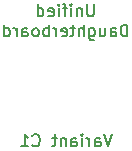
<source format=gbo>
G04 #@! TF.GenerationSoftware,KiCad,Pcbnew,(5.0.2)-1*
G04 #@! TF.CreationDate,2019-03-19T21:51:34-07:00*
G04 #@! TF.ProjectId,Unified-Daughterboard,556e6966-6965-4642-9d44-617567687465,rev?*
G04 #@! TF.SameCoordinates,Original*
G04 #@! TF.FileFunction,Legend,Bot*
G04 #@! TF.FilePolarity,Positive*
%FSLAX46Y46*%
G04 Gerber Fmt 4.6, Leading zero omitted, Abs format (unit mm)*
G04 Created by KiCad (PCBNEW (5.0.2)-1) date 3/19/2019 9:51:34 PM*
%MOMM*%
%LPD*%
G01*
G04 APERTURE LIST*
%ADD10C,0.200000*%
%ADD11C,3.602000*%
%ADD12O,1.102000X1.702000*%
%ADD13O,1.102000X2.202000*%
%ADD14C,0.752000*%
G04 APERTURE END LIST*
D10*
X42880952Y-43202380D02*
X42547619Y-44202380D01*
X42214285Y-43202380D01*
X41452380Y-44202380D02*
X41452380Y-43678571D01*
X41500000Y-43583333D01*
X41595238Y-43535714D01*
X41785714Y-43535714D01*
X41880952Y-43583333D01*
X41452380Y-44154761D02*
X41547619Y-44202380D01*
X41785714Y-44202380D01*
X41880952Y-44154761D01*
X41928571Y-44059523D01*
X41928571Y-43964285D01*
X41880952Y-43869047D01*
X41785714Y-43821428D01*
X41547619Y-43821428D01*
X41452380Y-43773809D01*
X40976190Y-44202380D02*
X40976190Y-43535714D01*
X40976190Y-43726190D02*
X40928571Y-43630952D01*
X40880952Y-43583333D01*
X40785714Y-43535714D01*
X40690476Y-43535714D01*
X40357142Y-44202380D02*
X40357142Y-43535714D01*
X40357142Y-43202380D02*
X40404761Y-43250000D01*
X40357142Y-43297619D01*
X40309523Y-43250000D01*
X40357142Y-43202380D01*
X40357142Y-43297619D01*
X39452380Y-44202380D02*
X39452380Y-43678571D01*
X39500000Y-43583333D01*
X39595238Y-43535714D01*
X39785714Y-43535714D01*
X39880952Y-43583333D01*
X39452380Y-44154761D02*
X39547619Y-44202380D01*
X39785714Y-44202380D01*
X39880952Y-44154761D01*
X39928571Y-44059523D01*
X39928571Y-43964285D01*
X39880952Y-43869047D01*
X39785714Y-43821428D01*
X39547619Y-43821428D01*
X39452380Y-43773809D01*
X38976190Y-43535714D02*
X38976190Y-44202380D01*
X38976190Y-43630952D02*
X38928571Y-43583333D01*
X38833333Y-43535714D01*
X38690476Y-43535714D01*
X38595238Y-43583333D01*
X38547619Y-43678571D01*
X38547619Y-44202380D01*
X38214285Y-43535714D02*
X37833333Y-43535714D01*
X38071428Y-43202380D02*
X38071428Y-44059523D01*
X38023809Y-44154761D01*
X37928571Y-44202380D01*
X37833333Y-44202380D01*
X36166666Y-44107142D02*
X36214285Y-44154761D01*
X36357142Y-44202380D01*
X36452380Y-44202380D01*
X36595238Y-44154761D01*
X36690476Y-44059523D01*
X36738095Y-43964285D01*
X36785714Y-43773809D01*
X36785714Y-43630952D01*
X36738095Y-43440476D01*
X36690476Y-43345238D01*
X36595238Y-43250000D01*
X36452380Y-43202380D01*
X36357142Y-43202380D01*
X36214285Y-43250000D01*
X36166666Y-43297619D01*
X35214285Y-44202380D02*
X35785714Y-44202380D01*
X35500000Y-44202380D02*
X35500000Y-43202380D01*
X35595238Y-43345238D01*
X35690476Y-43440476D01*
X35785714Y-43488095D01*
X41380952Y-32202380D02*
X41380952Y-33011904D01*
X41333333Y-33107142D01*
X41285714Y-33154761D01*
X41190476Y-33202380D01*
X41000000Y-33202380D01*
X40904761Y-33154761D01*
X40857142Y-33107142D01*
X40809523Y-33011904D01*
X40809523Y-32202380D01*
X40333333Y-32535714D02*
X40333333Y-33202380D01*
X40333333Y-32630952D02*
X40285714Y-32583333D01*
X40190476Y-32535714D01*
X40047619Y-32535714D01*
X39952380Y-32583333D01*
X39904761Y-32678571D01*
X39904761Y-33202380D01*
X39428571Y-33202380D02*
X39428571Y-32535714D01*
X39428571Y-32202380D02*
X39476190Y-32250000D01*
X39428571Y-32297619D01*
X39380952Y-32250000D01*
X39428571Y-32202380D01*
X39428571Y-32297619D01*
X39095238Y-32535714D02*
X38714285Y-32535714D01*
X38952380Y-33202380D02*
X38952380Y-32345238D01*
X38904761Y-32250000D01*
X38809523Y-32202380D01*
X38714285Y-32202380D01*
X38380952Y-33202380D02*
X38380952Y-32535714D01*
X38380952Y-32202380D02*
X38428571Y-32250000D01*
X38380952Y-32297619D01*
X38333333Y-32250000D01*
X38380952Y-32202380D01*
X38380952Y-32297619D01*
X37523809Y-33154761D02*
X37619047Y-33202380D01*
X37809523Y-33202380D01*
X37904761Y-33154761D01*
X37952380Y-33059523D01*
X37952380Y-32678571D01*
X37904761Y-32583333D01*
X37809523Y-32535714D01*
X37619047Y-32535714D01*
X37523809Y-32583333D01*
X37476190Y-32678571D01*
X37476190Y-32773809D01*
X37952380Y-32869047D01*
X36619047Y-33202380D02*
X36619047Y-32202380D01*
X36619047Y-33154761D02*
X36714285Y-33202380D01*
X36904761Y-33202380D01*
X37000000Y-33154761D01*
X37047619Y-33107142D01*
X37095238Y-33011904D01*
X37095238Y-32726190D01*
X37047619Y-32630952D01*
X37000000Y-32583333D01*
X36904761Y-32535714D01*
X36714285Y-32535714D01*
X36619047Y-32583333D01*
X44214285Y-34902380D02*
X44214285Y-33902380D01*
X43976190Y-33902380D01*
X43833333Y-33950000D01*
X43738095Y-34045238D01*
X43690476Y-34140476D01*
X43642857Y-34330952D01*
X43642857Y-34473809D01*
X43690476Y-34664285D01*
X43738095Y-34759523D01*
X43833333Y-34854761D01*
X43976190Y-34902380D01*
X44214285Y-34902380D01*
X42785714Y-34902380D02*
X42785714Y-34378571D01*
X42833333Y-34283333D01*
X42928571Y-34235714D01*
X43119047Y-34235714D01*
X43214285Y-34283333D01*
X42785714Y-34854761D02*
X42880952Y-34902380D01*
X43119047Y-34902380D01*
X43214285Y-34854761D01*
X43261904Y-34759523D01*
X43261904Y-34664285D01*
X43214285Y-34569047D01*
X43119047Y-34521428D01*
X42880952Y-34521428D01*
X42785714Y-34473809D01*
X41880952Y-34235714D02*
X41880952Y-34902380D01*
X42309523Y-34235714D02*
X42309523Y-34759523D01*
X42261904Y-34854761D01*
X42166666Y-34902380D01*
X42023809Y-34902380D01*
X41928571Y-34854761D01*
X41880952Y-34807142D01*
X40976190Y-34235714D02*
X40976190Y-35045238D01*
X41023809Y-35140476D01*
X41071428Y-35188095D01*
X41166666Y-35235714D01*
X41309523Y-35235714D01*
X41404761Y-35188095D01*
X40976190Y-34854761D02*
X41071428Y-34902380D01*
X41261904Y-34902380D01*
X41357142Y-34854761D01*
X41404761Y-34807142D01*
X41452380Y-34711904D01*
X41452380Y-34426190D01*
X41404761Y-34330952D01*
X41357142Y-34283333D01*
X41261904Y-34235714D01*
X41071428Y-34235714D01*
X40976190Y-34283333D01*
X40500000Y-34902380D02*
X40500000Y-33902380D01*
X40071428Y-34902380D02*
X40071428Y-34378571D01*
X40119047Y-34283333D01*
X40214285Y-34235714D01*
X40357142Y-34235714D01*
X40452380Y-34283333D01*
X40500000Y-34330952D01*
X39738095Y-34235714D02*
X39357142Y-34235714D01*
X39595238Y-33902380D02*
X39595238Y-34759523D01*
X39547619Y-34854761D01*
X39452380Y-34902380D01*
X39357142Y-34902380D01*
X38642857Y-34854761D02*
X38738095Y-34902380D01*
X38928571Y-34902380D01*
X39023809Y-34854761D01*
X39071428Y-34759523D01*
X39071428Y-34378571D01*
X39023809Y-34283333D01*
X38928571Y-34235714D01*
X38738095Y-34235714D01*
X38642857Y-34283333D01*
X38595238Y-34378571D01*
X38595238Y-34473809D01*
X39071428Y-34569047D01*
X38166666Y-34902380D02*
X38166666Y-34235714D01*
X38166666Y-34426190D02*
X38119047Y-34330952D01*
X38071428Y-34283333D01*
X37976190Y-34235714D01*
X37880952Y-34235714D01*
X37547619Y-34902380D02*
X37547619Y-33902380D01*
X37547619Y-34283333D02*
X37452380Y-34235714D01*
X37261904Y-34235714D01*
X37166666Y-34283333D01*
X37119047Y-34330952D01*
X37071428Y-34426190D01*
X37071428Y-34711904D01*
X37119047Y-34807142D01*
X37166666Y-34854761D01*
X37261904Y-34902380D01*
X37452380Y-34902380D01*
X37547619Y-34854761D01*
X36500000Y-34902380D02*
X36595238Y-34854761D01*
X36642857Y-34807142D01*
X36690476Y-34711904D01*
X36690476Y-34426190D01*
X36642857Y-34330952D01*
X36595238Y-34283333D01*
X36500000Y-34235714D01*
X36357142Y-34235714D01*
X36261904Y-34283333D01*
X36214285Y-34330952D01*
X36166666Y-34426190D01*
X36166666Y-34711904D01*
X36214285Y-34807142D01*
X36261904Y-34854761D01*
X36357142Y-34902380D01*
X36500000Y-34902380D01*
X35309523Y-34902380D02*
X35309523Y-34378571D01*
X35357142Y-34283333D01*
X35452380Y-34235714D01*
X35642857Y-34235714D01*
X35738095Y-34283333D01*
X35309523Y-34854761D02*
X35404761Y-34902380D01*
X35642857Y-34902380D01*
X35738095Y-34854761D01*
X35785714Y-34759523D01*
X35785714Y-34664285D01*
X35738095Y-34569047D01*
X35642857Y-34521428D01*
X35404761Y-34521428D01*
X35309523Y-34473809D01*
X34833333Y-34902380D02*
X34833333Y-34235714D01*
X34833333Y-34426190D02*
X34785714Y-34330952D01*
X34738095Y-34283333D01*
X34642857Y-34235714D01*
X34547619Y-34235714D01*
X33785714Y-34902380D02*
X33785714Y-33902380D01*
X33785714Y-34854761D02*
X33880952Y-34902380D01*
X34071428Y-34902380D01*
X34166666Y-34854761D01*
X34214285Y-34807142D01*
X34261904Y-34711904D01*
X34261904Y-34426190D01*
X34214285Y-34330952D01*
X34166666Y-34283333D01*
X34071428Y-34235714D01*
X33880952Y-34235714D01*
X33785714Y-34283333D01*
%LPC*%
D11*
G04 #@! TO.C,MH1*
X32000000Y-32000000D03*
G04 #@! TD*
G04 #@! TO.C,MH2*
X46000000Y-32000000D03*
G04 #@! TD*
G04 #@! TO.C,MH3*
X32000000Y-44500000D03*
G04 #@! TD*
G04 #@! TO.C,MH4*
X46000000Y-44500000D03*
G04 #@! TD*
D12*
G04 #@! TO.C,J1*
X34680000Y-32600000D03*
X43320000Y-32600000D03*
D13*
X34680000Y-36780000D03*
X43320000Y-36780000D03*
D14*
X41890000Y-36250000D03*
X36110000Y-36250000D03*
G04 #@! TD*
M02*

</source>
